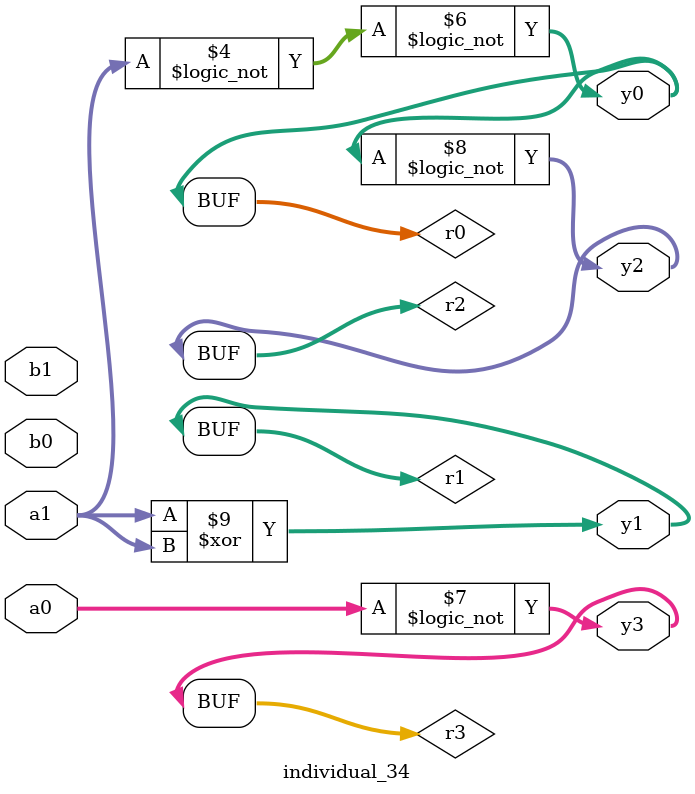
<source format=sv>
module individual_34(input logic [15:0] a1, input logic [15:0] a0, input logic [15:0] b1, input logic [15:0] b0, output logic [15:0] y3, output logic [15:0] y2, output logic [15:0] y1, output logic [15:0] y0);
logic [15:0] r0, r1, r2, r3; 
 always@(*) begin 
	 r0 = a0; r1 = a1; r2 = b0; r3 = b1; 
 	 r2  |=  a0 ;
 	 r3  &=  r0 ;
 	 r2 = ! a1 ;
 	 r3  ^=  r0 ;
 	 r0 = ! r2 ;
 	 r3 = ! a0 ;
 	 r2 = ! r0 ;
 	 r1  ^=  a1 ;
 	 y3 = r3; y2 = r2; y1 = r1; y0 = r0; 
end
endmodule
</source>
